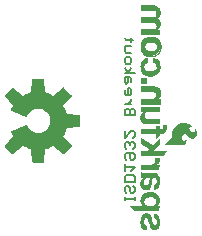
<source format=gbr>
G04 EAGLE Gerber RS-274X export*
G75*
%MOMM*%
%FSLAX34Y34*%
%LPD*%
%INSilkscreen Bottom*%
%IPPOS*%
%AMOC8*
5,1,8,0,0,1.08239X$1,22.5*%
G01*
%ADD10C,0.152400*%
%ADD11C,0.025400*%
%ADD12R,0.485100X0.495300*%

G36*
X80572Y243929D02*
X80572Y243929D01*
X80680Y243943D01*
X80692Y243949D01*
X80706Y243951D01*
X80802Y244003D01*
X80899Y244050D01*
X80909Y244060D01*
X80921Y244066D01*
X80995Y244146D01*
X81072Y244222D01*
X81078Y244234D01*
X81088Y244245D01*
X81133Y244343D01*
X81181Y244440D01*
X81185Y244458D01*
X81189Y244467D01*
X81191Y244488D01*
X81210Y244585D01*
X82307Y255375D01*
X84375Y255974D01*
X84396Y255985D01*
X84453Y256002D01*
X86909Y257019D01*
X86929Y257032D01*
X86983Y257055D01*
X88869Y258093D01*
X97275Y251239D01*
X97369Y251185D01*
X97461Y251128D01*
X97474Y251125D01*
X97486Y251118D01*
X97593Y251097D01*
X97698Y251072D01*
X97712Y251074D01*
X97726Y251071D01*
X97833Y251086D01*
X97941Y251096D01*
X97954Y251102D01*
X97968Y251104D01*
X98065Y251152D01*
X98164Y251197D01*
X98177Y251208D01*
X98186Y251212D01*
X98201Y251228D01*
X98278Y251290D01*
X104310Y257322D01*
X104373Y257410D01*
X104439Y257496D01*
X104444Y257509D01*
X104452Y257521D01*
X104483Y257624D01*
X104519Y257727D01*
X104519Y257741D01*
X104523Y257754D01*
X104519Y257862D01*
X104520Y257971D01*
X104515Y257984D01*
X104515Y257998D01*
X104477Y258100D01*
X104442Y258202D01*
X104433Y258217D01*
X104429Y258226D01*
X104415Y258243D01*
X104361Y258325D01*
X97507Y266731D01*
X98545Y268617D01*
X98553Y268639D01*
X98581Y268691D01*
X99598Y271147D01*
X99604Y271170D01*
X99626Y271225D01*
X100225Y273293D01*
X111015Y274390D01*
X111119Y274418D01*
X111225Y274443D01*
X111237Y274450D01*
X111250Y274453D01*
X111340Y274514D01*
X111433Y274571D01*
X111441Y274582D01*
X111453Y274590D01*
X111519Y274676D01*
X111588Y274760D01*
X111592Y274773D01*
X111601Y274784D01*
X111635Y274887D01*
X111674Y274988D01*
X111675Y275006D01*
X111679Y275015D01*
X111679Y275037D01*
X111688Y275135D01*
X111688Y283665D01*
X111671Y283772D01*
X111657Y283880D01*
X111651Y283892D01*
X111649Y283906D01*
X111597Y284002D01*
X111550Y284099D01*
X111540Y284109D01*
X111534Y284121D01*
X111454Y284195D01*
X111378Y284272D01*
X111366Y284278D01*
X111356Y284288D01*
X111257Y284333D01*
X111160Y284381D01*
X111142Y284385D01*
X111133Y284389D01*
X111112Y284391D01*
X111015Y284410D01*
X100225Y285507D01*
X99626Y287575D01*
X99615Y287596D01*
X99598Y287653D01*
X98581Y290109D01*
X98568Y290129D01*
X98545Y290183D01*
X97507Y292069D01*
X104361Y300475D01*
X104415Y300569D01*
X104472Y300661D01*
X104475Y300674D01*
X104482Y300686D01*
X104503Y300793D01*
X104528Y300898D01*
X104526Y300912D01*
X104529Y300926D01*
X104514Y301033D01*
X104504Y301141D01*
X104498Y301154D01*
X104496Y301168D01*
X104448Y301265D01*
X104403Y301364D01*
X104392Y301377D01*
X104388Y301386D01*
X104372Y301401D01*
X104310Y301478D01*
X98278Y307510D01*
X98190Y307573D01*
X98104Y307639D01*
X98091Y307644D01*
X98079Y307652D01*
X97976Y307683D01*
X97873Y307719D01*
X97859Y307719D01*
X97846Y307723D01*
X97738Y307719D01*
X97629Y307720D01*
X97616Y307715D01*
X97602Y307715D01*
X97500Y307677D01*
X97398Y307642D01*
X97383Y307633D01*
X97374Y307629D01*
X97357Y307615D01*
X97275Y307561D01*
X88869Y300707D01*
X86983Y301745D01*
X86961Y301753D01*
X86909Y301781D01*
X84453Y302798D01*
X84430Y302804D01*
X84375Y302826D01*
X82307Y303425D01*
X81210Y314215D01*
X81182Y314319D01*
X81157Y314425D01*
X81150Y314437D01*
X81147Y314450D01*
X81086Y314540D01*
X81029Y314633D01*
X81018Y314641D01*
X81010Y314653D01*
X80924Y314719D01*
X80840Y314788D01*
X80827Y314792D01*
X80816Y314801D01*
X80713Y314835D01*
X80612Y314874D01*
X80594Y314875D01*
X80585Y314879D01*
X80563Y314879D01*
X80465Y314888D01*
X71935Y314888D01*
X71828Y314871D01*
X71720Y314857D01*
X71708Y314851D01*
X71694Y314849D01*
X71598Y314797D01*
X71501Y314750D01*
X71491Y314740D01*
X71479Y314734D01*
X71405Y314654D01*
X71328Y314578D01*
X71322Y314566D01*
X71312Y314556D01*
X71267Y314457D01*
X71219Y314360D01*
X71215Y314342D01*
X71211Y314333D01*
X71209Y314312D01*
X71190Y314215D01*
X70093Y303425D01*
X68025Y302826D01*
X68004Y302815D01*
X67947Y302798D01*
X65491Y301781D01*
X65471Y301768D01*
X65417Y301745D01*
X63531Y300707D01*
X55125Y307561D01*
X55031Y307615D01*
X54939Y307672D01*
X54926Y307675D01*
X54914Y307682D01*
X54807Y307703D01*
X54702Y307728D01*
X54688Y307726D01*
X54674Y307729D01*
X54567Y307714D01*
X54459Y307704D01*
X54446Y307698D01*
X54433Y307696D01*
X54335Y307648D01*
X54236Y307603D01*
X54223Y307592D01*
X54214Y307588D01*
X54199Y307572D01*
X54122Y307510D01*
X48090Y301478D01*
X48027Y301390D01*
X47961Y301304D01*
X47956Y301291D01*
X47948Y301279D01*
X47917Y301176D01*
X47881Y301073D01*
X47881Y301059D01*
X47877Y301046D01*
X47881Y300938D01*
X47880Y300829D01*
X47885Y300816D01*
X47885Y300802D01*
X47923Y300700D01*
X47958Y300598D01*
X47967Y300583D01*
X47971Y300574D01*
X47985Y300557D01*
X48039Y300475D01*
X54888Y292075D01*
X54156Y290788D01*
X54149Y290769D01*
X54128Y290733D01*
X53289Y288924D01*
X53279Y288886D01*
X53260Y288850D01*
X53246Y288769D01*
X53224Y288689D01*
X53226Y288649D01*
X53220Y288610D01*
X53233Y288528D01*
X53238Y288445D01*
X53253Y288408D01*
X53259Y288369D01*
X53298Y288296D01*
X53329Y288219D01*
X53355Y288189D01*
X53374Y288153D01*
X53434Y288097D01*
X53488Y288034D01*
X53523Y288014D01*
X53552Y287987D01*
X53682Y287917D01*
X65808Y282894D01*
X65917Y282869D01*
X66024Y282840D01*
X66035Y282841D01*
X66046Y282838D01*
X66156Y282849D01*
X66268Y282857D01*
X66278Y282861D01*
X66289Y282862D01*
X66390Y282908D01*
X66493Y282951D01*
X66501Y282958D01*
X66511Y282963D01*
X66592Y283039D01*
X66676Y283113D01*
X66683Y283124D01*
X66689Y283130D01*
X66698Y283147D01*
X66757Y283236D01*
X67684Y284986D01*
X68876Y286478D01*
X70327Y287721D01*
X71984Y288671D01*
X73789Y289296D01*
X75679Y289572D01*
X77587Y289490D01*
X79447Y289054D01*
X81192Y288278D01*
X82762Y287190D01*
X84101Y285827D01*
X85162Y284239D01*
X85908Y282481D01*
X86313Y280614D01*
X86361Y278705D01*
X86053Y276820D01*
X85398Y275025D01*
X84419Y273385D01*
X83152Y271956D01*
X81640Y270789D01*
X79937Y269925D01*
X78102Y269394D01*
X76196Y269214D01*
X74494Y269358D01*
X72836Y269785D01*
X71273Y270485D01*
X69849Y271436D01*
X68605Y272612D01*
X67576Y273980D01*
X66761Y275558D01*
X66692Y275650D01*
X66625Y275743D01*
X66619Y275748D01*
X66615Y275754D01*
X66520Y275819D01*
X66427Y275886D01*
X66420Y275888D01*
X66414Y275892D01*
X66303Y275923D01*
X66194Y275957D01*
X66186Y275957D01*
X66179Y275959D01*
X66065Y275953D01*
X65950Y275949D01*
X65941Y275946D01*
X65936Y275946D01*
X65921Y275940D01*
X65808Y275906D01*
X53682Y270883D01*
X53648Y270862D01*
X53611Y270849D01*
X53545Y270798D01*
X53475Y270754D01*
X53450Y270723D01*
X53418Y270699D01*
X53373Y270630D01*
X53320Y270566D01*
X53306Y270528D01*
X53284Y270495D01*
X53263Y270415D01*
X53234Y270337D01*
X53233Y270297D01*
X53223Y270259D01*
X53229Y270176D01*
X53226Y270094D01*
X53238Y270055D01*
X53241Y270015D01*
X53289Y269876D01*
X54128Y268067D01*
X54139Y268051D01*
X54156Y268012D01*
X54888Y266725D01*
X48039Y258325D01*
X47985Y258231D01*
X47928Y258139D01*
X47925Y258126D01*
X47918Y258114D01*
X47897Y258007D01*
X47872Y257902D01*
X47874Y257888D01*
X47871Y257874D01*
X47886Y257767D01*
X47896Y257659D01*
X47902Y257646D01*
X47904Y257633D01*
X47952Y257535D01*
X47997Y257436D01*
X48008Y257423D01*
X48012Y257414D01*
X48028Y257399D01*
X48090Y257322D01*
X54122Y251290D01*
X54210Y251227D01*
X54296Y251161D01*
X54309Y251156D01*
X54321Y251148D01*
X54424Y251117D01*
X54527Y251081D01*
X54541Y251081D01*
X54554Y251077D01*
X54662Y251081D01*
X54771Y251080D01*
X54784Y251085D01*
X54798Y251085D01*
X54900Y251123D01*
X55002Y251158D01*
X55017Y251167D01*
X55026Y251171D01*
X55043Y251185D01*
X55125Y251239D01*
X63531Y258093D01*
X65417Y257055D01*
X65439Y257047D01*
X65491Y257019D01*
X67947Y256002D01*
X67970Y255996D01*
X68025Y255974D01*
X70093Y255375D01*
X71190Y244585D01*
X71218Y244481D01*
X71243Y244375D01*
X71250Y244363D01*
X71253Y244350D01*
X71314Y244260D01*
X71371Y244167D01*
X71382Y244159D01*
X71390Y244147D01*
X71476Y244081D01*
X71560Y244013D01*
X71573Y244008D01*
X71584Y243999D01*
X71687Y243965D01*
X71788Y243926D01*
X71806Y243925D01*
X71815Y243921D01*
X71837Y243922D01*
X71935Y243912D01*
X80465Y243912D01*
X80572Y243929D01*
G37*
G36*
X197693Y258677D02*
X197693Y258677D01*
X197699Y258675D01*
X198530Y258745D01*
X198541Y258751D01*
X198556Y258750D01*
X199355Y258990D01*
X199365Y258998D01*
X199379Y259000D01*
X200111Y259401D01*
X200119Y259411D01*
X200132Y259416D01*
X200682Y259886D01*
X200687Y259897D01*
X200699Y259904D01*
X201144Y260474D01*
X201147Y260486D01*
X201157Y260496D01*
X201478Y261144D01*
X201479Y261156D01*
X201487Y261168D01*
X201671Y261867D01*
X201670Y261878D01*
X201675Y261889D01*
X201748Y262829D01*
X201746Y262837D01*
X201749Y262845D01*
X201748Y262847D01*
X201748Y262849D01*
X201675Y263789D01*
X201673Y263793D01*
X201674Y263799D01*
X201598Y264282D01*
X201573Y264321D01*
X201552Y264361D01*
X201548Y264362D01*
X201546Y264365D01*
X201501Y264375D01*
X201457Y264387D01*
X201453Y264385D01*
X201449Y264386D01*
X201411Y264361D01*
X201372Y264338D01*
X201371Y264333D01*
X201368Y264331D01*
X201359Y264290D01*
X201347Y264250D01*
X201363Y264092D01*
X201335Y263954D01*
X201264Y263821D01*
X200665Y262997D01*
X200599Y262929D01*
X200551Y262879D01*
X200413Y262807D01*
X199998Y262714D01*
X199570Y262714D01*
X199154Y262807D01*
X198750Y263013D01*
X198422Y263326D01*
X198057Y263932D01*
X197850Y264610D01*
X197815Y265321D01*
X197912Y265931D01*
X198110Y266517D01*
X198403Y267060D01*
X198768Y267485D01*
X199228Y267800D01*
X199753Y267986D01*
X200309Y268029D01*
X200857Y267927D01*
X201360Y267687D01*
X201795Y267317D01*
X203336Y265864D01*
X203346Y265861D01*
X203352Y265852D01*
X205110Y264665D01*
X205123Y264663D01*
X205133Y264653D01*
X205821Y264373D01*
X205836Y264374D01*
X205851Y264365D01*
X206586Y264266D01*
X206601Y264270D01*
X206618Y264265D01*
X207355Y264352D01*
X207368Y264360D01*
X207386Y264360D01*
X208078Y264627D01*
X208089Y264638D01*
X208106Y264642D01*
X208709Y265073D01*
X208716Y265084D01*
X208728Y265089D01*
X208906Y265278D01*
X208907Y265278D01*
X209145Y265531D01*
X209146Y265531D01*
X209384Y265783D01*
X209386Y265785D01*
X209389Y265793D01*
X209397Y265798D01*
X209957Y266575D01*
X209960Y266585D01*
X209968Y266593D01*
X210356Y267373D01*
X210357Y267385D01*
X210365Y267396D01*
X210596Y268236D01*
X210595Y268248D01*
X210601Y268260D01*
X210667Y269128D01*
X210663Y269139D01*
X210667Y269150D01*
X210581Y270050D01*
X210577Y270059D01*
X210578Y270069D01*
X210358Y270947D01*
X210352Y270955D01*
X210351Y270967D01*
X210250Y271195D01*
X210098Y271551D01*
X210098Y271552D01*
X209877Y272056D01*
X209866Y272066D01*
X209861Y272083D01*
X209523Y272518D01*
X209516Y272521D01*
X209512Y272529D01*
X209487Y272554D01*
X209487Y272555D01*
X209486Y272557D01*
X209394Y272592D01*
X209305Y272551D01*
X209272Y272466D01*
X209272Y271863D01*
X209215Y271352D01*
X209076Y270862D01*
X208821Y270381D01*
X208817Y270378D01*
X208699Y270251D01*
X208451Y269986D01*
X207991Y269700D01*
X207472Y269543D01*
X207169Y269531D01*
X206869Y269590D01*
X206375Y269796D01*
X205917Y270079D01*
X205507Y270430D01*
X205153Y270842D01*
X204502Y271744D01*
X204253Y272232D01*
X204155Y272762D01*
X204213Y273300D01*
X204278Y273474D01*
X204527Y273835D01*
X204866Y274109D01*
X204969Y274153D01*
X205089Y274169D01*
X205969Y274169D01*
X206010Y274186D01*
X206052Y274200D01*
X206055Y274205D01*
X206060Y274207D01*
X206076Y274248D01*
X206095Y274288D01*
X206093Y274294D01*
X206095Y274299D01*
X206083Y274326D01*
X206067Y274375D01*
X205146Y275501D01*
X205134Y275507D01*
X205127Y275519D01*
X203990Y276426D01*
X203979Y276429D01*
X203971Y276438D01*
X203037Y276940D01*
X203027Y276941D01*
X203019Y276947D01*
X202022Y277305D01*
X202012Y277305D01*
X202003Y277310D01*
X200964Y277517D01*
X200953Y277515D01*
X200943Y277519D01*
X199015Y277580D01*
X199004Y277575D01*
X198992Y277578D01*
X197085Y277290D01*
X197075Y277284D01*
X197063Y277284D01*
X195239Y276656D01*
X195230Y276649D01*
X195218Y276647D01*
X193537Y275700D01*
X193531Y275692D01*
X193520Y275689D01*
X192413Y274804D01*
X192410Y274799D01*
X192405Y274796D01*
X192404Y274794D01*
X192400Y274792D01*
X192047Y274418D01*
X191571Y273913D01*
X191428Y273761D01*
X191425Y273753D01*
X191417Y273747D01*
X190600Y272590D01*
X190598Y272580D01*
X190590Y272572D01*
X189990Y271342D01*
X189989Y271331D01*
X189981Y271321D01*
X189613Y270002D01*
X189615Y269991D01*
X189609Y269980D01*
X189485Y268616D01*
X189487Y268611D01*
X189485Y268605D01*
X189485Y266330D01*
X189420Y265962D01*
X189293Y265611D01*
X188704Y264621D01*
X187922Y263767D01*
X182440Y258895D01*
X182438Y258891D01*
X182433Y258889D01*
X182417Y258847D01*
X182398Y258806D01*
X182400Y258802D01*
X182398Y258797D01*
X182417Y258756D01*
X182432Y258714D01*
X182437Y258712D01*
X182439Y258708D01*
X182512Y258679D01*
X182523Y258675D01*
X182524Y258675D01*
X197688Y258675D01*
X197693Y258677D01*
G37*
G36*
X178193Y203140D02*
X178193Y203140D01*
X178232Y203150D01*
X178238Y203159D01*
X178247Y203163D01*
X178258Y203191D01*
X178280Y203228D01*
X179016Y207114D01*
X179013Y207128D01*
X179018Y207143D01*
X179003Y207175D01*
X178995Y207210D01*
X178982Y207218D01*
X178976Y207232D01*
X178937Y207246D01*
X178912Y207262D01*
X178901Y207259D01*
X178890Y207263D01*
X176973Y207239D01*
X177122Y207373D01*
X177123Y207374D01*
X177124Y207374D01*
X178089Y208263D01*
X178091Y208269D01*
X178098Y208273D01*
X178399Y208616D01*
X178403Y208627D01*
X178413Y208635D01*
X178646Y209029D01*
X178647Y209038D01*
X178654Y209046D01*
X179187Y210367D01*
X179187Y210378D01*
X179194Y210388D01*
X179296Y210870D01*
X179293Y210882D01*
X179298Y210894D01*
X179323Y212875D01*
X179319Y212886D01*
X179321Y212898D01*
X179138Y213983D01*
X179131Y213993D01*
X179131Y214008D01*
X178731Y215032D01*
X178723Y215039D01*
X178721Y215051D01*
X178180Y215953D01*
X178174Y215958D01*
X178171Y215967D01*
X177518Y216791D01*
X177508Y216797D01*
X177503Y216807D01*
X176613Y217599D01*
X176600Y217603D01*
X176591Y217615D01*
X175550Y218194D01*
X175538Y218196D01*
X175527Y218204D01*
X173414Y218878D01*
X173403Y218877D01*
X173392Y218883D01*
X171192Y219166D01*
X171181Y219163D01*
X171169Y219167D01*
X168954Y219049D01*
X168944Y219044D01*
X168932Y219046D01*
X167556Y218723D01*
X167547Y218717D01*
X167535Y218716D01*
X166235Y218160D01*
X166227Y218152D01*
X166216Y218150D01*
X165031Y217378D01*
X165025Y217369D01*
X165014Y217364D01*
X164307Y216707D01*
X164303Y216697D01*
X164293Y216691D01*
X163708Y215923D01*
X163706Y215912D01*
X163697Y215905D01*
X163251Y215049D01*
X163250Y215038D01*
X163242Y215029D01*
X162948Y214110D01*
X162949Y214100D01*
X162943Y214090D01*
X162754Y212878D01*
X162756Y212869D01*
X162753Y212860D01*
X162736Y211633D01*
X162739Y211625D01*
X162737Y211615D01*
X162892Y210398D01*
X162897Y210388D01*
X162897Y210376D01*
X163161Y209532D01*
X163169Y209522D01*
X163172Y209507D01*
X163609Y208738D01*
X163619Y208730D01*
X163624Y208716D01*
X164214Y208056D01*
X164226Y208050D01*
X164234Y208038D01*
X164950Y207518D01*
X164952Y207517D01*
X153848Y207517D01*
X153804Y207499D01*
X153761Y207482D01*
X153760Y207480D01*
X153757Y207479D01*
X153740Y207435D01*
X153722Y207391D01*
X153723Y207389D01*
X153722Y207387D01*
X153731Y207366D01*
X153754Y207306D01*
X157488Y203166D01*
X157494Y203164D01*
X157497Y203158D01*
X157557Y203134D01*
X157578Y203125D01*
X157580Y203126D01*
X157582Y203125D01*
X178156Y203125D01*
X178193Y203140D01*
G37*
G36*
X179275Y352275D02*
X179275Y352275D01*
X179277Y352274D01*
X179320Y352294D01*
X179364Y352312D01*
X179364Y352314D01*
X179366Y352315D01*
X179399Y352400D01*
X179399Y356387D01*
X179398Y356389D01*
X179399Y356391D01*
X179379Y356434D01*
X179361Y356478D01*
X179359Y356478D01*
X179358Y356480D01*
X179273Y356513D01*
X177220Y356513D01*
X177227Y356544D01*
X177623Y356846D01*
X177626Y356852D01*
X177634Y356855D01*
X178421Y357617D01*
X178424Y357625D01*
X178431Y357629D01*
X179043Y358391D01*
X179047Y358405D01*
X179060Y358417D01*
X179464Y359307D01*
X179464Y359319D01*
X179472Y359330D01*
X179726Y360422D01*
X179725Y360431D01*
X179729Y360439D01*
X179856Y361811D01*
X179853Y361821D01*
X179856Y361832D01*
X179787Y362789D01*
X179781Y362800D01*
X179782Y362814D01*
X179522Y363737D01*
X179514Y363747D01*
X179512Y363760D01*
X179109Y364550D01*
X179100Y364558D01*
X179096Y364571D01*
X178550Y365269D01*
X178539Y365275D01*
X178533Y365287D01*
X177864Y365869D01*
X177852Y365872D01*
X177850Y365875D01*
X177850Y365876D01*
X177849Y365876D01*
X177844Y365883D01*
X177186Y366263D01*
X177228Y366305D01*
X177709Y366760D01*
X177710Y366763D01*
X177713Y366764D01*
X178472Y367552D01*
X178475Y367561D01*
X178484Y367566D01*
X179122Y368455D01*
X179124Y368466D01*
X179132Y368474D01*
X179526Y369279D01*
X179526Y369291D01*
X179534Y369302D01*
X179766Y370167D01*
X179764Y370179D01*
X179770Y370191D01*
X179831Y371085D01*
X179830Y371088D01*
X179831Y371089D01*
X179828Y371095D01*
X179831Y371105D01*
X179724Y372384D01*
X179720Y372391D01*
X179722Y372398D01*
X179473Y373658D01*
X179467Y373667D01*
X179467Y373679D01*
X179141Y374545D01*
X179131Y374555D01*
X179128Y374570D01*
X178621Y375344D01*
X178609Y375351D01*
X178603Y375365D01*
X177939Y376011D01*
X177927Y376015D01*
X177918Y376027D01*
X176979Y376615D01*
X176966Y376617D01*
X176956Y376627D01*
X175917Y377013D01*
X175904Y377012D01*
X175892Y377019D01*
X174796Y377188D01*
X174787Y377185D01*
X174777Y377189D01*
X163195Y377189D01*
X163193Y377188D01*
X163191Y377189D01*
X163148Y377169D01*
X163104Y377151D01*
X163104Y377149D01*
X163102Y377148D01*
X163069Y377063D01*
X163069Y372821D01*
X163070Y372819D01*
X163069Y372817D01*
X163089Y372774D01*
X163107Y372730D01*
X163109Y372730D01*
X163110Y372728D01*
X163195Y372695D01*
X173474Y372695D01*
X174354Y372588D01*
X175176Y372276D01*
X175560Y372015D01*
X175873Y371672D01*
X176099Y371266D01*
X176227Y370818D01*
X176295Y369914D01*
X176203Y369011D01*
X176077Y368602D01*
X175867Y368229D01*
X175581Y367911D01*
X175053Y367526D01*
X174458Y367253D01*
X173819Y367104D01*
X172716Y367029D01*
X163195Y367029D01*
X163193Y367028D01*
X163191Y367029D01*
X163148Y367009D01*
X163104Y366991D01*
X163104Y366989D01*
X163102Y366988D01*
X163069Y366903D01*
X163069Y362585D01*
X163070Y362583D01*
X163069Y362581D01*
X163089Y362538D01*
X163107Y362494D01*
X163109Y362494D01*
X163110Y362492D01*
X163195Y362459D01*
X173754Y362459D01*
X174417Y362379D01*
X175036Y362148D01*
X175583Y361778D01*
X175901Y361431D01*
X176134Y361023D01*
X176270Y360572D01*
X176302Y360095D01*
X176252Y359247D01*
X176170Y358807D01*
X175992Y358403D01*
X175726Y358049D01*
X174782Y357229D01*
X174244Y356946D01*
X173653Y356814D01*
X173031Y356844D01*
X173028Y356843D01*
X173025Y356844D01*
X163220Y356844D01*
X163218Y356843D01*
X163216Y356844D01*
X163173Y356824D01*
X163129Y356806D01*
X163129Y356804D01*
X163127Y356803D01*
X163094Y356718D01*
X163094Y352400D01*
X163095Y352398D01*
X163094Y352396D01*
X163114Y352353D01*
X163132Y352309D01*
X163134Y352309D01*
X163135Y352307D01*
X163220Y352274D01*
X179273Y352274D01*
X179275Y352275D01*
G37*
G36*
X168123Y220498D02*
X168123Y220498D01*
X168135Y220503D01*
X168150Y220501D01*
X169091Y220707D01*
X169103Y220716D01*
X169120Y220717D01*
X169982Y221146D01*
X169991Y221156D01*
X170006Y221161D01*
X170615Y221659D01*
X170619Y221667D01*
X170627Y221670D01*
X170628Y221674D01*
X170633Y221677D01*
X171131Y222287D01*
X171134Y222299D01*
X171145Y222308D01*
X171511Y223004D01*
X171512Y223015D01*
X171519Y223024D01*
X172003Y224509D01*
X172002Y224517D01*
X172007Y224526D01*
X172285Y226063D01*
X172284Y226067D01*
X172287Y226072D01*
X172515Y228278D01*
X172741Y229584D01*
X172906Y230053D01*
X173152Y230481D01*
X173413Y230765D01*
X173500Y230825D01*
X173597Y230867D01*
X174118Y230978D01*
X174649Y230978D01*
X175170Y230867D01*
X175484Y230728D01*
X175763Y230529D01*
X175997Y230276D01*
X176190Y229962D01*
X176318Y229616D01*
X176379Y229247D01*
X176429Y227892D01*
X176375Y227305D01*
X176210Y226744D01*
X175955Y226280D01*
X175599Y225890D01*
X175161Y225595D01*
X174666Y225411D01*
X174135Y225348D01*
X174092Y225348D01*
X174090Y225347D01*
X174088Y225348D01*
X174045Y225328D01*
X174001Y225310D01*
X174001Y225308D01*
X173999Y225307D01*
X173966Y225222D01*
X173966Y221081D01*
X173964Y221080D01*
X173954Y221038D01*
X173940Y220996D01*
X173943Y220990D01*
X173942Y220984D01*
X173958Y220959D01*
X173979Y220914D01*
X174004Y220889D01*
X174005Y220889D01*
X174047Y220873D01*
X174096Y220854D01*
X174097Y220854D01*
X174139Y220874D01*
X174182Y220893D01*
X175073Y221015D01*
X175084Y221021D01*
X175099Y221021D01*
X176040Y221355D01*
X176050Y221364D01*
X176064Y221367D01*
X176917Y221886D01*
X176925Y221897D01*
X176938Y221902D01*
X177668Y222585D01*
X177673Y222597D01*
X177685Y222605D01*
X178259Y223422D01*
X178262Y223434D01*
X178271Y223443D01*
X178800Y224601D01*
X178800Y224611D01*
X178807Y224620D01*
X179141Y225849D01*
X179140Y225858D01*
X179144Y225867D01*
X179358Y227607D01*
X179355Y227615D01*
X179358Y227623D01*
X179350Y229377D01*
X179347Y229384D01*
X179349Y229393D01*
X179119Y231132D01*
X179114Y231140D01*
X179115Y231151D01*
X178690Y232565D01*
X178682Y232574D01*
X178681Y232588D01*
X177987Y233891D01*
X177977Y233900D01*
X177972Y233914D01*
X177489Y234476D01*
X177475Y234483D01*
X177466Y234497D01*
X176861Y234924D01*
X176846Y234927D01*
X176834Y234939D01*
X176143Y235206D01*
X176128Y235205D01*
X176113Y235213D01*
X175378Y235304D01*
X175370Y235302D01*
X175362Y235305D01*
X170536Y235305D01*
X170534Y235304D01*
X170532Y235305D01*
X170517Y235298D01*
X170433Y235330D01*
X166095Y235305D01*
X164758Y235407D01*
X163463Y235756D01*
X163264Y235830D01*
X163239Y235829D01*
X163216Y235838D01*
X163192Y235827D01*
X163166Y235826D01*
X163149Y235807D01*
X163127Y235797D01*
X163116Y235770D01*
X163100Y235752D01*
X163102Y235733D01*
X163094Y235712D01*
X163094Y231678D01*
X163091Y231642D01*
X163100Y231614D01*
X163104Y231574D01*
X163123Y231537D01*
X163140Y231523D01*
X163145Y231512D01*
X163152Y231509D01*
X163169Y231486D01*
X163205Y231465D01*
X163222Y231462D01*
X163238Y231450D01*
X163518Y231374D01*
X163521Y231375D01*
X163524Y231373D01*
X164553Y231146D01*
X164576Y231137D01*
X164582Y231130D01*
X164584Y231122D01*
X164583Y231113D01*
X164567Y231089D01*
X163864Y230262D01*
X163860Y230251D01*
X163850Y230242D01*
X163310Y229291D01*
X163309Y229280D01*
X163301Y229270D01*
X162948Y228235D01*
X162949Y228223D01*
X162943Y228213D01*
X162702Y226595D01*
X162705Y226585D01*
X162701Y226574D01*
X162739Y224939D01*
X162744Y224928D01*
X162742Y224914D01*
X163050Y223542D01*
X163058Y223531D01*
X163059Y223516D01*
X163665Y222247D01*
X163675Y222238D01*
X163679Y222224D01*
X164021Y221776D01*
X164031Y221770D01*
X164037Y221758D01*
X164457Y221381D01*
X164468Y221377D01*
X164476Y221367D01*
X164959Y221075D01*
X164970Y221073D01*
X164980Y221065D01*
X165973Y220692D01*
X165984Y220692D01*
X165995Y220686D01*
X167039Y220497D01*
X167050Y220500D01*
X167062Y220495D01*
X168123Y220498D01*
G37*
G36*
X182493Y249640D02*
X182493Y249640D01*
X182513Y249638D01*
X182540Y249660D01*
X182565Y249670D01*
X182570Y249685D01*
X182584Y249695D01*
X184946Y253835D01*
X184950Y253870D01*
X184962Y253902D01*
X184955Y253917D01*
X184957Y253933D01*
X184935Y253960D01*
X184921Y253991D01*
X184905Y253998D01*
X184895Y254010D01*
X184868Y254012D01*
X184836Y254024D01*
X173406Y254024D01*
X178880Y259499D01*
X178882Y259502D01*
X178884Y259503D01*
X178917Y259588D01*
X178917Y264262D01*
X178917Y264264D01*
X178917Y264265D01*
X178897Y264309D01*
X178879Y264353D01*
X178877Y264353D01*
X178876Y264355D01*
X178832Y264371D01*
X178787Y264388D01*
X178785Y264387D01*
X178784Y264388D01*
X178701Y264350D01*
X173135Y258659D01*
X163240Y265256D01*
X163202Y265263D01*
X163165Y265277D01*
X163155Y265272D01*
X163143Y265274D01*
X163112Y265252D01*
X163076Y265235D01*
X163072Y265224D01*
X163063Y265218D01*
X163058Y265188D01*
X163044Y265150D01*
X163069Y260070D01*
X163076Y260053D01*
X163074Y260035D01*
X163096Y260006D01*
X163108Y259980D01*
X163120Y259975D01*
X163130Y259963D01*
X170108Y255730D01*
X170034Y255653D01*
X169912Y255527D01*
X169911Y255527D01*
X169543Y255148D01*
X169421Y255022D01*
X169298Y254896D01*
X168930Y254517D01*
X168807Y254391D01*
X168685Y254265D01*
X168501Y254075D01*
X163093Y254075D01*
X163091Y254074D01*
X163089Y254075D01*
X163046Y254055D01*
X163002Y254037D01*
X163002Y254035D01*
X163000Y254034D01*
X162967Y253949D01*
X162967Y249809D01*
X162968Y249806D01*
X162967Y249803D01*
X163004Y249720D01*
X163055Y249669D01*
X163058Y249668D01*
X163059Y249665D01*
X163144Y249632D01*
X182474Y249632D01*
X182493Y249640D01*
G37*
G36*
X178869Y276532D02*
X178869Y276532D01*
X178871Y276531D01*
X178914Y276551D01*
X178958Y276569D01*
X178958Y276571D01*
X178960Y276572D01*
X178993Y276657D01*
X178993Y280797D01*
X178992Y280799D01*
X178993Y280801D01*
X178973Y280844D01*
X178955Y280888D01*
X178953Y280888D01*
X178952Y280890D01*
X178867Y280923D01*
X168870Y280923D01*
X168040Y281072D01*
X167272Y281415D01*
X166910Y281687D01*
X166609Y282028D01*
X166384Y282423D01*
X166161Y283112D01*
X166081Y283831D01*
X166148Y284552D01*
X166360Y285243D01*
X166648Y285753D01*
X167045Y286184D01*
X167530Y286511D01*
X168080Y286720D01*
X169284Y286945D01*
X170514Y287021D01*
X178816Y287021D01*
X178818Y287022D01*
X178820Y287021D01*
X178863Y287041D01*
X178907Y287059D01*
X178907Y287061D01*
X178909Y287062D01*
X178942Y287147D01*
X178942Y291363D01*
X178941Y291365D01*
X178942Y291367D01*
X178922Y291410D01*
X178904Y291454D01*
X178902Y291454D01*
X178901Y291456D01*
X178816Y291489D01*
X163195Y291489D01*
X163193Y291488D01*
X163191Y291489D01*
X163148Y291469D01*
X163104Y291451D01*
X163104Y291449D01*
X163102Y291448D01*
X163069Y291363D01*
X163069Y287350D01*
X163070Y287348D01*
X163069Y287346D01*
X163089Y287303D01*
X163107Y287259D01*
X163109Y287259D01*
X163110Y287257D01*
X163195Y287224D01*
X165252Y287224D01*
X164611Y286717D01*
X164607Y286709D01*
X164598Y286705D01*
X164491Y286592D01*
X164371Y286466D01*
X164132Y286214D01*
X164012Y286087D01*
X163892Y285961D01*
X163813Y285878D01*
X163810Y285869D01*
X163802Y285864D01*
X163143Y284934D01*
X163141Y284925D01*
X163133Y284917D01*
X163011Y284672D01*
X163010Y284661D01*
X163003Y284652D01*
X162922Y284390D01*
X162923Y284381D01*
X162918Y284372D01*
X162695Y282894D01*
X162697Y282886D01*
X162693Y282878D01*
X162663Y281384D01*
X162667Y281374D01*
X162664Y281363D01*
X162811Y280330D01*
X162817Y280320D01*
X162817Y280306D01*
X163160Y279320D01*
X163168Y279311D01*
X163170Y279298D01*
X163696Y278396D01*
X163706Y278389D01*
X163711Y278376D01*
X163939Y278122D01*
X163950Y278116D01*
X163958Y278105D01*
X164843Y277445D01*
X164854Y277442D01*
X164863Y277432D01*
X165853Y276944D01*
X165865Y276944D01*
X165875Y276936D01*
X166938Y276636D01*
X166949Y276638D01*
X166961Y276632D01*
X168060Y276531D01*
X168066Y276533D01*
X168072Y276531D01*
X178867Y276531D01*
X178869Y276532D01*
G37*
G36*
X178843Y293728D02*
X178843Y293728D01*
X178845Y293727D01*
X178888Y293747D01*
X178932Y293765D01*
X178932Y293767D01*
X178934Y293768D01*
X178967Y293853D01*
X178967Y297891D01*
X178966Y297893D01*
X178967Y297895D01*
X178947Y297938D01*
X178929Y297982D01*
X178927Y297982D01*
X178926Y297984D01*
X178841Y298017D01*
X176773Y298017D01*
X176802Y298059D01*
X176938Y298173D01*
X177316Y298450D01*
X177318Y298454D01*
X177323Y298456D01*
X177796Y298858D01*
X177800Y298865D01*
X177808Y298869D01*
X178224Y299330D01*
X178227Y299341D01*
X178237Y299348D01*
X178804Y300246D01*
X178807Y300259D01*
X178816Y300270D01*
X179185Y301267D01*
X179185Y301279D01*
X179192Y301292D01*
X179347Y302344D01*
X179344Y302354D01*
X179348Y302365D01*
X179327Y303200D01*
X179318Y303578D01*
X179309Y303957D01*
X179298Y304371D01*
X179294Y304382D01*
X179296Y304394D01*
X179090Y305371D01*
X179082Y305383D01*
X179081Y305399D01*
X178659Y306304D01*
X178648Y306313D01*
X178644Y306328D01*
X178026Y307113D01*
X178015Y307119D01*
X178009Y307131D01*
X177434Y307620D01*
X177423Y307623D01*
X177416Y307633D01*
X176767Y308017D01*
X176756Y308019D01*
X176747Y308027D01*
X176042Y308296D01*
X176033Y308296D01*
X176024Y308301D01*
X174917Y308541D01*
X174908Y308539D01*
X174900Y308544D01*
X173771Y308634D01*
X173766Y308632D01*
X173761Y308634D01*
X163220Y308634D01*
X163218Y308633D01*
X163216Y308634D01*
X163173Y308614D01*
X163129Y308596D01*
X163129Y308594D01*
X163127Y308593D01*
X163094Y308508D01*
X163094Y304419D01*
X163095Y304417D01*
X163094Y304415D01*
X163114Y304372D01*
X163132Y304328D01*
X163134Y304328D01*
X163135Y304326D01*
X163220Y304293D01*
X172866Y304293D01*
X173584Y304228D01*
X174272Y304037D01*
X174914Y303727D01*
X175301Y303431D01*
X175610Y303057D01*
X175827Y302622D01*
X175904Y302322D01*
X175921Y302006D01*
X175871Y300901D01*
X175784Y300345D01*
X175580Y299829D01*
X175266Y299372D01*
X174697Y298855D01*
X174018Y298492D01*
X173268Y298276D01*
X172485Y298195D01*
X163119Y298195D01*
X163117Y298194D01*
X163115Y298195D01*
X163072Y298175D01*
X163028Y298157D01*
X163028Y298155D01*
X163026Y298154D01*
X162993Y298069D01*
X162993Y293853D01*
X162994Y293851D01*
X162993Y293849D01*
X163013Y293806D01*
X163031Y293762D01*
X163033Y293762D01*
X163034Y293760D01*
X163119Y293727D01*
X178841Y293727D01*
X178843Y293728D01*
G37*
G36*
X171604Y333967D02*
X171604Y333967D01*
X171630Y333963D01*
X175186Y334776D01*
X175207Y334791D01*
X175236Y334800D01*
X177954Y336934D01*
X177966Y336956D01*
X177989Y336977D01*
X179666Y340355D01*
X179667Y340375D01*
X179678Y340396D01*
X179855Y341869D01*
X179853Y341876D01*
X179856Y341884D01*
X179856Y341935D01*
X179848Y341955D01*
X179847Y341981D01*
X179797Y342108D01*
X179777Y342129D01*
X179765Y342155D01*
X179743Y342164D01*
X179729Y342179D01*
X179705Y342178D01*
X179680Y342188D01*
X176759Y342188D01*
X176719Y342171D01*
X176678Y342159D01*
X176674Y342152D01*
X176668Y342150D01*
X176657Y342122D01*
X176634Y342079D01*
X176484Y340984D01*
X175849Y339836D01*
X174765Y339048D01*
X173876Y338652D01*
X172402Y338378D01*
X170543Y338328D01*
X169295Y338503D01*
X168146Y338877D01*
X167119Y339415D01*
X166111Y341063D01*
X165889Y342811D01*
X166481Y344562D01*
X167462Y345641D01*
X168672Y346184D01*
X170220Y346559D01*
X171645Y346559D01*
X173574Y346308D01*
X175186Y345564D01*
X175995Y344730D01*
X176508Y343777D01*
X176607Y342590D01*
X176607Y342494D01*
X176608Y342491D01*
X176607Y342488D01*
X176627Y342446D01*
X176645Y342403D01*
X176648Y342402D01*
X176650Y342399D01*
X176735Y342368D01*
X176737Y342368D01*
X179707Y342418D01*
X179716Y342422D01*
X179725Y342419D01*
X179760Y342441D01*
X179790Y342454D01*
X179796Y342457D01*
X179797Y342458D01*
X179800Y342467D01*
X179808Y342472D01*
X179821Y342523D01*
X179831Y342549D01*
X179831Y342550D01*
X179829Y342555D01*
X179830Y342560D01*
X179576Y344567D01*
X179570Y344578D01*
X179570Y344592D01*
X179011Y346218D01*
X179000Y346230D01*
X178996Y346249D01*
X177625Y348230D01*
X177612Y348238D01*
X177603Y348254D01*
X176333Y349346D01*
X176317Y349351D01*
X176302Y349365D01*
X173965Y350406D01*
X173948Y350407D01*
X173930Y350416D01*
X171745Y350696D01*
X171730Y350692D01*
X171714Y350696D01*
X169606Y350442D01*
X169598Y350438D01*
X169587Y350439D01*
X167123Y349753D01*
X167109Y349742D01*
X167090Y349738D01*
X165795Y348925D01*
X165786Y348913D01*
X165771Y348905D01*
X164628Y347711D01*
X164624Y347703D01*
X164616Y347697D01*
X163829Y346580D01*
X163825Y346563D01*
X163813Y346548D01*
X163178Y344694D01*
X163179Y344680D01*
X163171Y344666D01*
X162917Y342151D01*
X162922Y342137D01*
X162918Y342121D01*
X163324Y339124D01*
X163336Y339103D01*
X163342Y339074D01*
X165120Y336229D01*
X165141Y336215D01*
X165159Y336190D01*
X167648Y334590D01*
X167671Y334586D01*
X167696Y334571D01*
X171582Y333961D01*
X171604Y333967D01*
G37*
G36*
X168178Y186703D02*
X168178Y186703D01*
X168208Y186706D01*
X168209Y186707D01*
X168210Y186707D01*
X168219Y186718D01*
X168232Y186723D01*
X168235Y186729D01*
X168241Y186732D01*
X168253Y186762D01*
X168269Y186782D01*
X168269Y186784D01*
X168270Y186785D01*
X168269Y186800D01*
X168274Y186812D01*
X168273Y186815D01*
X168274Y186817D01*
X168274Y190678D01*
X168273Y190680D01*
X168274Y190682D01*
X168254Y190725D01*
X168236Y190769D01*
X168234Y190769D01*
X168233Y190771D01*
X168148Y190804D01*
X168101Y190804D01*
X167604Y190833D01*
X167142Y190980D01*
X166728Y191235D01*
X166285Y191677D01*
X165948Y192204D01*
X165731Y192791D01*
X165658Y193353D01*
X165658Y194683D01*
X165732Y195286D01*
X165929Y195853D01*
X166241Y196366D01*
X166325Y196450D01*
X166449Y196577D01*
X166525Y196654D01*
X166870Y196862D01*
X167255Y196979D01*
X167659Y196996D01*
X168054Y196911D01*
X168416Y196731D01*
X168720Y196465D01*
X168951Y196129D01*
X169421Y195022D01*
X169727Y193848D01*
X170590Y190217D01*
X170595Y190210D01*
X170595Y190201D01*
X170901Y189393D01*
X170907Y189386D01*
X170909Y189376D01*
X171336Y188625D01*
X171343Y188619D01*
X171347Y188609D01*
X171884Y187932D01*
X171894Y187927D01*
X171900Y187916D01*
X172285Y187579D01*
X172298Y187575D01*
X172307Y187564D01*
X172754Y187315D01*
X172767Y187314D01*
X172778Y187305D01*
X173267Y187153D01*
X173279Y187155D01*
X173292Y187148D01*
X174428Y187043D01*
X174441Y187046D01*
X174454Y187043D01*
X175588Y187172D01*
X175599Y187178D01*
X175613Y187177D01*
X176697Y187535D01*
X176706Y187543D01*
X176720Y187545D01*
X177242Y187844D01*
X177249Y187854D01*
X177262Y187859D01*
X177717Y188253D01*
X177722Y188264D01*
X177734Y188271D01*
X178103Y188747D01*
X178106Y188758D01*
X178115Y188767D01*
X178769Y190048D01*
X178770Y190059D01*
X178777Y190069D01*
X179188Y191447D01*
X179187Y191458D01*
X179193Y191470D01*
X179348Y192899D01*
X179346Y192906D01*
X179348Y192913D01*
X179348Y194716D01*
X179346Y194722D01*
X179348Y194729D01*
X179208Y196122D01*
X179203Y196131D01*
X179204Y196142D01*
X178836Y197493D01*
X178829Y197503D01*
X178827Y197516D01*
X178289Y198613D01*
X178279Y198622D01*
X178275Y198636D01*
X177518Y199595D01*
X177508Y199601D01*
X177503Y199612D01*
X177107Y199960D01*
X177098Y199963D01*
X177092Y199972D01*
X176650Y200258D01*
X176640Y200260D01*
X176633Y200267D01*
X175845Y200623D01*
X175840Y200623D01*
X175836Y200627D01*
X175278Y200830D01*
X175258Y200829D01*
X175253Y200831D01*
X175230Y200831D01*
X175210Y200835D01*
X175196Y200826D01*
X175184Y200835D01*
X175178Y200833D01*
X175171Y200837D01*
X174460Y200913D01*
X174452Y200910D01*
X174443Y200913D01*
X174406Y200896D01*
X174366Y200884D01*
X174362Y200876D01*
X174354Y200872D01*
X174334Y200822D01*
X174321Y200796D01*
X174323Y200792D01*
X174321Y200787D01*
X174321Y196901D01*
X174339Y196857D01*
X174357Y196813D01*
X174358Y196812D01*
X174359Y196810D01*
X174378Y196803D01*
X174439Y196775D01*
X174699Y196759D01*
X174942Y196704D01*
X175294Y196554D01*
X175607Y196336D01*
X175871Y196061D01*
X176142Y195638D01*
X176331Y195171D01*
X176429Y194675D01*
X176473Y193828D01*
X176429Y192979D01*
X176344Y192530D01*
X176187Y192106D01*
X175992Y191805D01*
X175724Y191572D01*
X175382Y191417D01*
X175010Y191369D01*
X174641Y191434D01*
X174280Y191618D01*
X173987Y191901D01*
X173571Y192576D01*
X173299Y193328D01*
X172895Y195351D01*
X172894Y195352D01*
X172894Y195353D01*
X172513Y197076D01*
X172508Y197083D01*
X172508Y197092D01*
X171898Y198748D01*
X171892Y198754D01*
X171891Y198764D01*
X171486Y199520D01*
X171479Y199526D01*
X171476Y199535D01*
X170968Y200227D01*
X170958Y200232D01*
X170953Y200244D01*
X170603Y200576D01*
X170591Y200581D01*
X170582Y200592D01*
X170170Y200844D01*
X170156Y200846D01*
X170144Y200856D01*
X169141Y201193D01*
X169126Y201192D01*
X169112Y201200D01*
X168057Y201294D01*
X168048Y201291D01*
X168037Y201294D01*
X166996Y201218D01*
X166988Y201214D01*
X166978Y201215D01*
X166314Y201073D01*
X166304Y201066D01*
X166291Y201065D01*
X165666Y200799D01*
X165657Y200791D01*
X165645Y200788D01*
X165081Y200409D01*
X165074Y200399D01*
X165063Y200394D01*
X164320Y199668D01*
X164316Y199658D01*
X164310Y199656D01*
X164310Y199654D01*
X164305Y199652D01*
X163699Y198808D01*
X163697Y198798D01*
X163688Y198789D01*
X163237Y197854D01*
X163236Y197843D01*
X163229Y197833D01*
X162947Y196833D01*
X162948Y196825D01*
X162943Y196816D01*
X162761Y195502D01*
X162763Y195495D01*
X162760Y195489D01*
X162713Y194162D01*
X162715Y194156D01*
X162713Y194149D01*
X162891Y191583D01*
X162896Y191574D01*
X162894Y191564D01*
X163106Y190643D01*
X163114Y190632D01*
X163115Y190618D01*
X163512Y189761D01*
X163519Y189755D01*
X163521Y189746D01*
X164283Y188552D01*
X164289Y188548D01*
X164292Y188539D01*
X164723Y188024D01*
X164734Y188019D01*
X164740Y188007D01*
X165264Y187587D01*
X165275Y187583D01*
X165284Y187573D01*
X165880Y187264D01*
X165889Y187263D01*
X165897Y187256D01*
X167167Y186824D01*
X167177Y186825D01*
X167186Y186820D01*
X167770Y186718D01*
X167777Y186719D01*
X167783Y186716D01*
X168139Y186691D01*
X168146Y186693D01*
X168152Y186691D01*
X168178Y186703D01*
G37*
G36*
X172622Y316942D02*
X172622Y316942D01*
X172631Y316946D01*
X172643Y316944D01*
X174133Y317242D01*
X174143Y317249D01*
X174156Y317249D01*
X175562Y317826D01*
X175570Y317834D01*
X175583Y317837D01*
X176854Y318671D01*
X176860Y318681D01*
X176872Y318686D01*
X177960Y319747D01*
X177965Y319758D01*
X177976Y319766D01*
X178841Y321015D01*
X178844Y321027D01*
X178853Y321036D01*
X179465Y322427D01*
X179465Y322439D01*
X179472Y322451D01*
X179805Y323957D01*
X179802Y323969D01*
X179808Y323982D01*
X179831Y325524D01*
X179828Y325533D01*
X179830Y325543D01*
X179641Y326977D01*
X179638Y326982D01*
X179639Y326988D01*
X179320Y328399D01*
X179315Y328407D01*
X179314Y328417D01*
X178857Y329574D01*
X178847Y329584D01*
X178844Y329598D01*
X178147Y330629D01*
X178136Y330636D01*
X178129Y330650D01*
X177226Y331505D01*
X177214Y331510D01*
X177205Y331522D01*
X176138Y332162D01*
X176126Y332164D01*
X176117Y332173D01*
X174962Y332597D01*
X174952Y332597D01*
X174943Y332602D01*
X173735Y332839D01*
X173721Y332836D01*
X173707Y332841D01*
X173674Y332826D01*
X173639Y332819D01*
X173631Y332806D01*
X173618Y332800D01*
X173602Y332761D01*
X173586Y332735D01*
X173589Y332725D01*
X173585Y332715D01*
X173585Y328524D01*
X173586Y328522D01*
X173585Y328520D01*
X173605Y328477D01*
X173623Y328433D01*
X173625Y328433D01*
X173626Y328431D01*
X173711Y328398D01*
X173729Y328398D01*
X174308Y328331D01*
X174850Y328138D01*
X175335Y327827D01*
X175736Y327414D01*
X176034Y326921D01*
X176295Y326129D01*
X176378Y325297D01*
X176312Y324457D01*
X176131Y323636D01*
X175945Y323222D01*
X175655Y322875D01*
X174744Y322188D01*
X173719Y321683D01*
X172616Y321378D01*
X171475Y321285D01*
X169915Y321414D01*
X168391Y321760D01*
X167674Y322075D01*
X167055Y322550D01*
X166566Y323158D01*
X166236Y323866D01*
X166055Y324645D01*
X166014Y325446D01*
X166087Y326036D01*
X166260Y326605D01*
X166528Y327135D01*
X166873Y327578D01*
X167305Y327936D01*
X167895Y328257D01*
X168532Y328472D01*
X169208Y328576D01*
X169244Y328598D01*
X169282Y328616D01*
X169285Y328624D01*
X169292Y328628D01*
X169298Y328658D01*
X169315Y328701D01*
X169315Y332765D01*
X169314Y332767D01*
X169315Y332769D01*
X169295Y332812D01*
X169277Y332856D01*
X169275Y332856D01*
X169274Y332858D01*
X169189Y332891D01*
X169139Y332891D01*
X169135Y332890D01*
X169131Y332891D01*
X168656Y332859D01*
X168649Y332855D01*
X168639Y332857D01*
X168174Y332762D01*
X168165Y332756D01*
X168153Y332756D01*
X166762Y332214D01*
X166753Y332205D01*
X166739Y332202D01*
X165488Y331387D01*
X165481Y331376D01*
X165468Y331371D01*
X164410Y330318D01*
X164405Y330306D01*
X164393Y330298D01*
X163573Y329050D01*
X163570Y329039D01*
X163562Y329030D01*
X163100Y327937D01*
X163100Y327927D01*
X163094Y327918D01*
X162812Y326765D01*
X162813Y326755D01*
X162809Y326745D01*
X162713Y325562D01*
X162716Y325554D01*
X162713Y325544D01*
X162812Y323958D01*
X162815Y323951D01*
X162814Y323944D01*
X163096Y322380D01*
X163101Y322372D01*
X163100Y322362D01*
X163455Y321292D01*
X163461Y321284D01*
X163463Y321273D01*
X163989Y320276D01*
X163997Y320269D01*
X164001Y320258D01*
X164685Y319362D01*
X164694Y319357D01*
X164699Y319347D01*
X165522Y318576D01*
X165531Y318572D01*
X165538Y318563D01*
X166554Y317881D01*
X166564Y317879D01*
X166572Y317871D01*
X167683Y317357D01*
X167692Y317357D01*
X167701Y317350D01*
X168879Y317016D01*
X168889Y317017D01*
X168898Y317012D01*
X170114Y316867D01*
X170123Y316869D01*
X170133Y316866D01*
X172622Y316942D01*
G37*
G36*
X176154Y263907D02*
X176154Y263907D01*
X176155Y263907D01*
X176238Y263944D01*
X178905Y266611D01*
X178907Y266614D01*
X178909Y266615D01*
X178942Y266700D01*
X178942Y267946D01*
X179273Y267946D01*
X179275Y267947D01*
X179282Y267947D01*
X179283Y267946D01*
X181417Y268123D01*
X181427Y268128D01*
X181439Y268127D01*
X182006Y268275D01*
X182015Y268282D01*
X182027Y268283D01*
X182558Y268532D01*
X182566Y268540D01*
X182578Y268543D01*
X183055Y268883D01*
X183061Y268893D01*
X183073Y268899D01*
X183783Y269642D01*
X183787Y269653D01*
X183798Y269661D01*
X184348Y270529D01*
X184350Y270541D01*
X184359Y270551D01*
X184728Y271509D01*
X184728Y271522D01*
X184735Y271533D01*
X184909Y272546D01*
X184907Y272556D01*
X184911Y272567D01*
X184911Y274117D01*
X184910Y274120D01*
X184911Y274124D01*
X184835Y275441D01*
X184835Y275463D01*
X184834Y275465D01*
X184835Y275467D01*
X184815Y275510D01*
X184797Y275554D01*
X184795Y275554D01*
X184794Y275556D01*
X184709Y275589D01*
X181686Y275589D01*
X181684Y275588D01*
X181682Y275589D01*
X181639Y275569D01*
X181595Y275551D01*
X181595Y275549D01*
X181593Y275548D01*
X181560Y275463D01*
X181560Y275387D01*
X181562Y275382D01*
X181560Y275375D01*
X181586Y275095D01*
X181671Y274180D01*
X181588Y273280D01*
X181491Y272998D01*
X181321Y272758D01*
X181089Y272576D01*
X180666Y272401D01*
X180204Y272338D01*
X178942Y272338D01*
X178942Y275184D01*
X178941Y275186D01*
X178942Y275188D01*
X178922Y275231D01*
X178904Y275275D01*
X178902Y275275D01*
X178901Y275277D01*
X178816Y275310D01*
X176149Y275310D01*
X176147Y275309D01*
X176145Y275310D01*
X176102Y275290D01*
X176058Y275272D01*
X176058Y275270D01*
X176056Y275269D01*
X176023Y275184D01*
X176023Y272312D01*
X163119Y272312D01*
X163117Y272311D01*
X163115Y272312D01*
X163072Y272292D01*
X163028Y272274D01*
X163028Y272272D01*
X163026Y272271D01*
X162993Y272186D01*
X162993Y268021D01*
X162994Y268019D01*
X162993Y268017D01*
X163013Y267974D01*
X163031Y267930D01*
X163033Y267930D01*
X163034Y267928D01*
X163119Y267895D01*
X175999Y267895D01*
X176023Y264032D01*
X176023Y264031D01*
X176043Y263986D01*
X176062Y263942D01*
X176063Y263941D01*
X176108Y263924D01*
X176154Y263907D01*
X176154Y263907D01*
G37*
G36*
X178105Y237796D02*
X178105Y237796D01*
X178143Y237812D01*
X178182Y237822D01*
X178187Y237831D01*
X178196Y237834D01*
X178207Y237863D01*
X178229Y237900D01*
X178915Y241761D01*
X178912Y241774D01*
X178917Y241787D01*
X178902Y241821D01*
X178893Y241857D01*
X178882Y241864D01*
X178876Y241876D01*
X178835Y241892D01*
X178809Y241908D01*
X178800Y241906D01*
X178791Y241909D01*
X176011Y241909D01*
X176026Y241956D01*
X176294Y242135D01*
X177336Y242821D01*
X177340Y242826D01*
X177347Y242829D01*
X177730Y243145D01*
X177737Y243158D01*
X177750Y243166D01*
X178052Y243560D01*
X178053Y243565D01*
X178057Y243568D01*
X178642Y244457D01*
X178643Y244460D01*
X178646Y244463D01*
X178999Y245074D01*
X179001Y245086D01*
X179010Y245097D01*
X179233Y245767D01*
X179232Y245779D01*
X179238Y245791D01*
X179322Y246492D01*
X179319Y246502D01*
X179323Y246514D01*
X179247Y247886D01*
X179226Y247929D01*
X179206Y247972D01*
X179204Y247973D01*
X179204Y247974D01*
X179186Y247980D01*
X179121Y248005D01*
X175260Y248005D01*
X175258Y248004D01*
X175256Y248005D01*
X175213Y247985D01*
X175169Y247967D01*
X175169Y247965D01*
X175167Y247964D01*
X175134Y247879D01*
X175134Y247853D01*
X175138Y247844D01*
X175135Y247833D01*
X175160Y247681D01*
X175162Y247678D01*
X175161Y247675D01*
X175286Y247078D01*
X175286Y245553D01*
X175194Y245011D01*
X175013Y244493D01*
X174749Y244014D01*
X174189Y243347D01*
X173497Y242822D01*
X172704Y242461D01*
X171885Y242261D01*
X171039Y242188D01*
X163220Y242188D01*
X163218Y242187D01*
X163216Y242188D01*
X163173Y242168D01*
X163129Y242150D01*
X163129Y242148D01*
X163127Y242147D01*
X163094Y242062D01*
X163094Y237896D01*
X163095Y237894D01*
X163094Y237892D01*
X163114Y237849D01*
X163132Y237805D01*
X163134Y237804D01*
X163135Y237802D01*
X163220Y237770D01*
X178105Y237796D01*
G37*
%LPC*%
G36*
X169734Y207365D02*
X169734Y207365D01*
X168965Y207489D01*
X168290Y207714D01*
X168278Y207713D01*
X168266Y207719D01*
X168229Y207724D01*
X168202Y207716D01*
X168191Y207716D01*
X168178Y207744D01*
X168158Y207788D01*
X168157Y207788D01*
X168157Y207789D01*
X168072Y207822D01*
X168034Y207822D01*
X167975Y207834D01*
X167915Y207876D01*
X167914Y207876D01*
X167913Y207877D01*
X167837Y207928D01*
X167831Y207929D01*
X167826Y207935D01*
X167262Y208234D01*
X166793Y208646D01*
X166430Y209155D01*
X166140Y209833D01*
X165988Y210555D01*
X165982Y211465D01*
X166161Y212356D01*
X166499Y213095D01*
X167015Y213721D01*
X167673Y214193D01*
X168434Y214482D01*
X170381Y214786D01*
X172352Y214783D01*
X173322Y214592D01*
X174221Y214189D01*
X175007Y213592D01*
X175637Y212833D01*
X175897Y212333D01*
X176053Y211791D01*
X176099Y211224D01*
X176048Y210149D01*
X175974Y209777D01*
X175812Y209439D01*
X175256Y208727D01*
X174576Y208129D01*
X173869Y207716D01*
X173095Y207449D01*
X172280Y207339D01*
X169734Y207365D01*
G37*
%LPD*%
%LPC*%
G36*
X167123Y224840D02*
X167123Y224840D01*
X166815Y224911D01*
X166530Y225046D01*
X166280Y225237D01*
X165983Y225599D01*
X165780Y226020D01*
X165683Y226481D01*
X165633Y228009D01*
X165782Y229051D01*
X165904Y229373D01*
X166089Y229664D01*
X166416Y230002D01*
X166660Y230255D01*
X166808Y230408D01*
X167027Y230558D01*
X167276Y230665D01*
X167441Y230712D01*
X168511Y230919D01*
X169600Y230989D01*
X170434Y230989D01*
X170436Y230990D01*
X170438Y230989D01*
X170481Y231009D01*
X170483Y231009D01*
X170536Y230989D01*
X170828Y230989D01*
X170701Y230847D01*
X170696Y230832D01*
X170683Y230821D01*
X170576Y230614D01*
X170575Y230602D01*
X170567Y230592D01*
X170279Y229628D01*
X170280Y229620D01*
X170276Y229613D01*
X170107Y228621D01*
X170108Y228617D01*
X170105Y228613D01*
X169953Y227170D01*
X169848Y226620D01*
X169651Y226102D01*
X169367Y225628D01*
X169123Y225360D01*
X168825Y225156D01*
X168283Y224936D01*
X167708Y224829D01*
X167123Y224840D01*
G37*
%LPD*%
D10*
X149352Y212224D02*
X149352Y215105D01*
X149352Y213665D02*
X157995Y213665D01*
X157995Y215105D02*
X157995Y212224D01*
X157995Y222783D02*
X156555Y224223D01*
X157995Y222783D02*
X157995Y219901D01*
X156555Y218461D01*
X155114Y218461D01*
X153674Y219901D01*
X153674Y222783D01*
X152233Y224223D01*
X150793Y224223D01*
X149352Y222783D01*
X149352Y219901D01*
X150793Y218461D01*
X149352Y227816D02*
X157995Y227816D01*
X149352Y227816D02*
X149352Y232138D01*
X150793Y233578D01*
X156555Y233578D01*
X157995Y232138D01*
X157995Y227816D01*
X155114Y237171D02*
X157995Y240052D01*
X149352Y240052D01*
X149352Y237171D02*
X149352Y242933D01*
X150793Y246526D02*
X149352Y247967D01*
X149352Y250848D01*
X150793Y252289D01*
X156555Y252289D01*
X157995Y250848D01*
X157995Y247967D01*
X156555Y246526D01*
X155114Y246526D01*
X153674Y247967D01*
X153674Y252289D01*
X156555Y255882D02*
X157995Y257322D01*
X157995Y260203D01*
X156555Y261644D01*
X155114Y261644D01*
X153674Y260203D01*
X153674Y258763D01*
X153674Y260203D02*
X152233Y261644D01*
X150793Y261644D01*
X149352Y260203D01*
X149352Y257322D01*
X150793Y255882D01*
X149352Y265237D02*
X149352Y270999D01*
X149352Y265237D02*
X155114Y270999D01*
X156555Y270999D01*
X157995Y269558D01*
X157995Y266677D01*
X156555Y265237D01*
X157995Y283947D02*
X149352Y283947D01*
X157995Y283947D02*
X157995Y288269D01*
X156555Y289709D01*
X155114Y289709D01*
X153674Y288269D01*
X152233Y289709D01*
X150793Y289709D01*
X149352Y288269D01*
X149352Y283947D01*
X153674Y283947D02*
X153674Y288269D01*
X155114Y293302D02*
X149352Y293302D01*
X152233Y293302D02*
X155114Y296183D01*
X155114Y297624D01*
X149352Y302539D02*
X149352Y305420D01*
X149352Y302539D02*
X150793Y301098D01*
X153674Y301098D01*
X155114Y302539D01*
X155114Y305420D01*
X153674Y306861D01*
X152233Y306861D01*
X152233Y301098D01*
X155114Y311894D02*
X155114Y314775D01*
X153674Y316216D01*
X149352Y316216D01*
X149352Y311894D01*
X150793Y310454D01*
X152233Y311894D01*
X152233Y316216D01*
X149352Y319809D02*
X157995Y319809D01*
X152233Y319809D02*
X149352Y324130D01*
X152233Y319809D02*
X155114Y324130D01*
X149352Y329045D02*
X149352Y331926D01*
X150793Y333367D01*
X153674Y333367D01*
X155114Y331926D01*
X155114Y329045D01*
X153674Y327605D01*
X150793Y327605D01*
X149352Y329045D01*
X150793Y336960D02*
X155114Y336960D01*
X150793Y336960D02*
X149352Y338400D01*
X149352Y342722D01*
X155114Y342722D01*
X156555Y347756D02*
X150793Y347756D01*
X149352Y349196D01*
X155114Y349196D02*
X155114Y346315D01*
D11*
X163119Y293853D02*
X178841Y293853D01*
X178841Y297891D01*
X176632Y297891D01*
X176632Y297967D01*
X176634Y297995D01*
X176638Y298023D01*
X176647Y298050D01*
X176658Y298076D01*
X176672Y298101D01*
X176689Y298124D01*
X176708Y298145D01*
X176757Y298189D01*
X176808Y298232D01*
X176860Y298272D01*
X177241Y298552D01*
X177339Y298627D01*
X177436Y298705D01*
X177531Y298786D01*
X177623Y298869D01*
X177714Y298954D01*
X177802Y299042D01*
X177887Y299132D01*
X177971Y299224D01*
X178051Y299318D01*
X178130Y299415D01*
X178130Y299414D02*
X178215Y299525D01*
X178296Y299637D01*
X178375Y299752D01*
X178450Y299869D01*
X178522Y299987D01*
X178591Y300108D01*
X178656Y300230D01*
X178719Y300355D01*
X178777Y300481D01*
X178833Y300608D01*
X178884Y300737D01*
X178933Y300867D01*
X178977Y300999D01*
X179018Y301131D01*
X179056Y301265D01*
X179090Y301400D01*
X179120Y301535D01*
X179146Y301672D01*
X179169Y301809D01*
X179188Y301946D01*
X179203Y302085D01*
X179215Y302223D01*
X179222Y302362D01*
X179232Y302697D01*
X179235Y303031D01*
X179230Y303366D01*
X179218Y303700D01*
X179199Y304034D01*
X179172Y304368D01*
X179158Y304498D01*
X179140Y304628D01*
X179118Y304756D01*
X179093Y304884D01*
X179063Y305011D01*
X179030Y305138D01*
X178993Y305263D01*
X178952Y305387D01*
X178908Y305510D01*
X178860Y305631D01*
X178808Y305751D01*
X178753Y305869D01*
X178694Y305986D01*
X178632Y306100D01*
X178567Y306213D01*
X178498Y306324D01*
X178425Y306433D01*
X178350Y306539D01*
X178271Y306643D01*
X178190Y306745D01*
X178105Y306844D01*
X178017Y306941D01*
X177927Y307035D01*
X177837Y307123D01*
X177744Y307209D01*
X177650Y307292D01*
X177553Y307372D01*
X177453Y307449D01*
X177352Y307524D01*
X177248Y307596D01*
X177143Y307664D01*
X177035Y307730D01*
X176926Y307793D01*
X176815Y307852D01*
X176702Y307909D01*
X176588Y307962D01*
X176472Y308012D01*
X176355Y308058D01*
X176237Y308102D01*
X176117Y308141D01*
X175997Y308178D01*
X175798Y308233D01*
X175598Y308282D01*
X175397Y308327D01*
X175195Y308367D01*
X174992Y308402D01*
X174788Y308432D01*
X174583Y308457D01*
X174378Y308478D01*
X174173Y308493D01*
X173967Y308503D01*
X173761Y308508D01*
X163220Y308508D01*
X163220Y304419D01*
X172872Y304419D01*
X172995Y304417D01*
X173118Y304412D01*
X173241Y304402D01*
X173364Y304390D01*
X173485Y304373D01*
X173607Y304353D01*
X173728Y304329D01*
X173848Y304301D01*
X173967Y304270D01*
X174085Y304236D01*
X174202Y304198D01*
X174318Y304156D01*
X174432Y304111D01*
X174545Y304062D01*
X174657Y304010D01*
X174767Y303955D01*
X174875Y303897D01*
X174981Y303835D01*
X175058Y303787D01*
X175133Y303735D01*
X175206Y303681D01*
X175276Y303624D01*
X175345Y303564D01*
X175411Y303501D01*
X175474Y303436D01*
X175535Y303368D01*
X175592Y303298D01*
X175647Y303226D01*
X175699Y303151D01*
X175749Y303075D01*
X175794Y302996D01*
X175837Y302916D01*
X175877Y302834D01*
X175913Y302751D01*
X175946Y302666D01*
X175970Y302595D01*
X175991Y302524D01*
X176009Y302451D01*
X176023Y302378D01*
X176035Y302304D01*
X176043Y302230D01*
X176048Y302155D01*
X176049Y302081D01*
X176047Y302006D01*
X176048Y302006D02*
X175998Y300888D01*
X175997Y300888D02*
X175990Y300791D01*
X175981Y300694D01*
X175968Y300598D01*
X175951Y300502D01*
X175930Y300406D01*
X175907Y300312D01*
X175879Y300218D01*
X175848Y300126D01*
X175814Y300035D01*
X175776Y299945D01*
X175736Y299857D01*
X175691Y299770D01*
X175644Y299685D01*
X175593Y299601D01*
X175540Y299520D01*
X175483Y299441D01*
X175424Y299363D01*
X175362Y299289D01*
X175361Y299288D02*
X175290Y299209D01*
X175217Y299131D01*
X175140Y299056D01*
X175062Y298984D01*
X174981Y298914D01*
X174898Y298847D01*
X174813Y298783D01*
X174726Y298721D01*
X174636Y298663D01*
X174545Y298607D01*
X174452Y298554D01*
X174358Y298504D01*
X174262Y298458D01*
X174164Y298414D01*
X174065Y298374D01*
X174066Y298374D02*
X173950Y298331D01*
X173832Y298291D01*
X173714Y298254D01*
X173594Y298221D01*
X173474Y298191D01*
X173353Y298164D01*
X173231Y298140D01*
X173109Y298120D01*
X172986Y298103D01*
X172863Y298089D01*
X172739Y298079D01*
X172615Y298073D01*
X172491Y298069D01*
X172149Y298067D01*
X171807Y298069D01*
X171806Y298069D02*
X163119Y298069D01*
X163119Y293853D01*
X176581Y342189D02*
X179807Y342189D01*
X176581Y342189D02*
X176581Y341960D01*
X176579Y341850D01*
X176573Y341740D01*
X176564Y341630D01*
X176550Y341520D01*
X176533Y341411D01*
X176512Y341303D01*
X176487Y341195D01*
X176458Y341089D01*
X176426Y340983D01*
X176389Y340879D01*
X176350Y340776D01*
X176307Y340675D01*
X176260Y340575D01*
X176209Y340476D01*
X176156Y340380D01*
X176099Y340285D01*
X176038Y340193D01*
X175975Y340103D01*
X175908Y340015D01*
X175839Y339929D01*
X175766Y339846D01*
X175691Y339766D01*
X175612Y339688D01*
X175531Y339613D01*
X175448Y339540D01*
X175362Y339471D01*
X175250Y339386D01*
X175135Y339305D01*
X175019Y339226D01*
X174900Y339151D01*
X174780Y339078D01*
X174657Y339009D01*
X174533Y338944D01*
X174407Y338881D01*
X174280Y338822D01*
X174151Y338767D01*
X174020Y338715D01*
X173888Y338666D01*
X173755Y338621D01*
X173621Y338580D01*
X173486Y338542D01*
X173349Y338507D01*
X173212Y338477D01*
X173074Y338450D01*
X172936Y338427D01*
X172796Y338407D01*
X172657Y338391D01*
X172517Y338379D01*
X172165Y338357D01*
X171813Y338344D01*
X171461Y338339D01*
X171108Y338343D01*
X170756Y338355D01*
X170404Y338375D01*
X170053Y338404D01*
X169904Y338420D01*
X169755Y338440D01*
X169606Y338463D01*
X169459Y338490D01*
X169312Y338520D01*
X169165Y338554D01*
X169020Y338592D01*
X168876Y338634D01*
X168733Y338679D01*
X168590Y338727D01*
X168450Y338779D01*
X168310Y338834D01*
X168172Y338893D01*
X168035Y338956D01*
X167900Y339021D01*
X167767Y339090D01*
X167667Y339146D01*
X167569Y339205D01*
X167474Y339267D01*
X167380Y339333D01*
X167289Y339402D01*
X167200Y339474D01*
X167114Y339549D01*
X167030Y339627D01*
X166950Y339708D01*
X166872Y339791D01*
X166797Y339878D01*
X166725Y339966D01*
X166656Y340058D01*
X166591Y340151D01*
X166529Y340247D01*
X166470Y340345D01*
X166415Y340445D01*
X166363Y340547D01*
X166315Y340651D01*
X166270Y340756D01*
X166229Y340862D01*
X166192Y340970D01*
X166153Y341096D01*
X166117Y341224D01*
X166086Y341352D01*
X166058Y341481D01*
X166033Y341611D01*
X166013Y341742D01*
X165996Y341873D01*
X165983Y342005D01*
X165974Y342137D01*
X165969Y342269D01*
X165967Y342401D01*
X165969Y342533D01*
X165975Y342665D01*
X165985Y342797D01*
X165999Y342929D01*
X166016Y343060D01*
X166038Y343190D01*
X166063Y343320D01*
X166091Y343449D01*
X166124Y343577D01*
X166160Y343705D01*
X166200Y343831D01*
X166243Y343956D01*
X166290Y344079D01*
X166341Y344201D01*
X166395Y344322D01*
X166441Y344418D01*
X166491Y344512D01*
X166544Y344605D01*
X166601Y344696D01*
X166660Y344785D01*
X166722Y344872D01*
X166787Y344956D01*
X166855Y345039D01*
X166926Y345119D01*
X167000Y345196D01*
X167076Y345271D01*
X167154Y345344D01*
X167235Y345413D01*
X167319Y345480D01*
X167404Y345544D01*
X167492Y345605D01*
X167582Y345663D01*
X167673Y345718D01*
X167767Y345770D01*
X167911Y345844D01*
X168056Y345914D01*
X168203Y345982D01*
X168351Y346045D01*
X168501Y346105D01*
X168652Y346161D01*
X168805Y346214D01*
X168958Y346263D01*
X169113Y346309D01*
X169269Y346350D01*
X169426Y346388D01*
X169584Y346422D01*
X169742Y346453D01*
X169902Y346479D01*
X170061Y346502D01*
X170222Y346521D01*
X170382Y346536D01*
X170544Y346547D01*
X170705Y346554D01*
X170866Y346558D01*
X171120Y346557D01*
X171373Y346550D01*
X171627Y346537D01*
X171879Y346518D01*
X172132Y346493D01*
X172383Y346462D01*
X172634Y346425D01*
X172884Y346382D01*
X173133Y346333D01*
X173380Y346278D01*
X173510Y346246D01*
X173640Y346209D01*
X173769Y346170D01*
X173896Y346127D01*
X174023Y346081D01*
X174148Y346031D01*
X174271Y345978D01*
X174394Y345922D01*
X174514Y345863D01*
X174633Y345800D01*
X174751Y345734D01*
X174866Y345665D01*
X174980Y345593D01*
X175092Y345518D01*
X175202Y345440D01*
X175309Y345359D01*
X175414Y345276D01*
X175518Y345189D01*
X175618Y345100D01*
X175717Y345008D01*
X175785Y344940D01*
X175851Y344870D01*
X175913Y344798D01*
X175973Y344723D01*
X176030Y344646D01*
X176085Y344567D01*
X176136Y344487D01*
X176184Y344404D01*
X176230Y344319D01*
X176272Y344233D01*
X176311Y344146D01*
X176346Y344057D01*
X176378Y343967D01*
X176378Y343966D02*
X176419Y343839D01*
X176456Y343711D01*
X176490Y343582D01*
X176520Y343452D01*
X176547Y343321D01*
X176570Y343190D01*
X176590Y343057D01*
X176605Y342925D01*
X176618Y342792D01*
X176626Y342659D01*
X176631Y342525D01*
X176632Y342392D01*
X179807Y342392D01*
X179807Y342544D01*
X179805Y342749D01*
X179798Y342955D01*
X179786Y343160D01*
X179770Y343364D01*
X179749Y343569D01*
X179723Y343773D01*
X179693Y343976D01*
X179659Y344178D01*
X179619Y344380D01*
X179575Y344580D01*
X179527Y344780D01*
X179480Y344956D01*
X179429Y345131D01*
X179374Y345305D01*
X179314Y345477D01*
X179251Y345648D01*
X179184Y345817D01*
X179113Y345985D01*
X179038Y346151D01*
X178959Y346316D01*
X178876Y346478D01*
X178790Y346638D01*
X178700Y346797D01*
X178606Y346953D01*
X178509Y347107D01*
X178407Y347259D01*
X178303Y347408D01*
X178195Y347555D01*
X178084Y347699D01*
X177969Y347841D01*
X177851Y347980D01*
X177850Y347980D02*
X177723Y348123D01*
X177592Y348263D01*
X177458Y348400D01*
X177320Y348533D01*
X177180Y348663D01*
X177036Y348790D01*
X176890Y348913D01*
X176740Y349033D01*
X176588Y349149D01*
X176432Y349261D01*
X176275Y349370D01*
X176114Y349475D01*
X175951Y349576D01*
X175786Y349673D01*
X175619Y349766D01*
X175449Y349855D01*
X175277Y349940D01*
X175104Y350020D01*
X174928Y350097D01*
X174750Y350169D01*
X174571Y350237D01*
X174391Y350301D01*
X174208Y350360D01*
X174025Y350415D01*
X173840Y350465D01*
X173654Y350511D01*
X173467Y350553D01*
X173279Y350590D01*
X173090Y350623D01*
X172901Y350651D01*
X172711Y350674D01*
X172520Y350693D01*
X172329Y350707D01*
X172138Y350717D01*
X171946Y350722D01*
X171755Y350723D01*
X171454Y350717D01*
X171152Y350703D01*
X170851Y350682D01*
X170550Y350653D01*
X170250Y350617D01*
X169952Y350574D01*
X169654Y350523D01*
X169358Y350466D01*
X169063Y350400D01*
X168770Y350328D01*
X168478Y350249D01*
X168189Y350162D01*
X167902Y350069D01*
X167617Y349968D01*
X167335Y349860D01*
X167335Y349861D02*
X167184Y349799D01*
X167034Y349733D01*
X166886Y349664D01*
X166740Y349591D01*
X166595Y349515D01*
X166453Y349435D01*
X166312Y349352D01*
X166173Y349265D01*
X166037Y349175D01*
X165903Y349082D01*
X165771Y348986D01*
X165641Y348886D01*
X165514Y348783D01*
X165390Y348677D01*
X165268Y348569D01*
X165149Y348457D01*
X165032Y348342D01*
X164919Y348225D01*
X164808Y348105D01*
X164700Y347982D01*
X164595Y347857D01*
X164494Y347729D01*
X164395Y347598D01*
X164300Y347466D01*
X164208Y347331D01*
X164119Y347193D01*
X164034Y347054D01*
X163952Y346913D01*
X163873Y346770D01*
X163798Y346624D01*
X163726Y346478D01*
X163659Y346329D01*
X163594Y346179D01*
X163534Y346027D01*
X163477Y345874D01*
X163424Y345719D01*
X163345Y345469D01*
X163271Y345218D01*
X163204Y344965D01*
X163142Y344710D01*
X163087Y344455D01*
X163038Y344197D01*
X162995Y343939D01*
X162958Y343680D01*
X162927Y343420D01*
X162902Y343159D01*
X162883Y342898D01*
X162871Y342636D01*
X162865Y342375D01*
X162865Y342113D01*
X162870Y341900D01*
X162880Y341687D01*
X162895Y341474D01*
X162916Y341261D01*
X162941Y341049D01*
X162972Y340838D01*
X163008Y340627D01*
X163048Y340418D01*
X163094Y340209D01*
X163145Y340002D01*
X163201Y339796D01*
X163262Y339591D01*
X163328Y339388D01*
X163398Y339186D01*
X163474Y338987D01*
X163554Y338789D01*
X163639Y338593D01*
X163728Y338399D01*
X163823Y338207D01*
X163922Y338018D01*
X164025Y337831D01*
X164133Y337647D01*
X164245Y337466D01*
X164362Y337287D01*
X164483Y337111D01*
X164608Y336938D01*
X164737Y336768D01*
X164871Y336601D01*
X164962Y336492D01*
X165057Y336386D01*
X165153Y336281D01*
X165252Y336180D01*
X165354Y336080D01*
X165458Y335983D01*
X165565Y335889D01*
X165673Y335797D01*
X165784Y335708D01*
X165897Y335622D01*
X166013Y335539D01*
X166130Y335458D01*
X166249Y335380D01*
X166370Y335305D01*
X166371Y335305D02*
X166542Y335205D01*
X166717Y335108D01*
X166893Y335016D01*
X167071Y334928D01*
X167252Y334844D01*
X167434Y334764D01*
X167619Y334689D01*
X167805Y334618D01*
X167992Y334552D01*
X168182Y334490D01*
X168372Y334432D01*
X168564Y334379D01*
X168757Y334331D01*
X168951Y334287D01*
X169147Y334248D01*
X169343Y334213D01*
X169342Y334213D02*
X169615Y334172D01*
X169888Y334137D01*
X170161Y334109D01*
X170436Y334088D01*
X170711Y334073D01*
X170986Y334065D01*
X171261Y334063D01*
X171536Y334068D01*
X171811Y334080D01*
X172086Y334099D01*
X172360Y334124D01*
X172633Y334156D01*
X172906Y334194D01*
X173177Y334239D01*
X173361Y334274D01*
X173545Y334314D01*
X173727Y334358D01*
X173909Y334406D01*
X174089Y334458D01*
X174268Y334515D01*
X174445Y334576D01*
X174621Y334642D01*
X174796Y334711D01*
X174968Y334785D01*
X175139Y334863D01*
X175308Y334945D01*
X175475Y335030D01*
X175640Y335120D01*
X175803Y335214D01*
X175963Y335311D01*
X176121Y335413D01*
X176277Y335518D01*
X176430Y335627D01*
X176580Y335739D01*
X176728Y335855D01*
X176872Y335974D01*
X177014Y336097D01*
X177153Y336224D01*
X177289Y336353D01*
X177422Y336486D01*
X177552Y336622D01*
X177678Y336761D01*
X177801Y336903D01*
X177920Y337047D01*
X178036Y337195D01*
X178149Y337345D01*
X178258Y337498D01*
X178363Y337654D01*
X178464Y337812D01*
X178562Y337972D01*
X178668Y338156D01*
X178769Y338341D01*
X178866Y338529D01*
X178958Y338720D01*
X179046Y338912D01*
X179130Y339106D01*
X179209Y339303D01*
X179283Y339501D01*
X179352Y339701D01*
X179417Y339902D01*
X179477Y340105D01*
X179532Y340309D01*
X179582Y340515D01*
X179627Y340721D01*
X179668Y340929D01*
X179703Y341137D01*
X179734Y341347D01*
X179760Y341557D01*
X179781Y341767D01*
X179796Y341978D01*
X179807Y342189D01*
D12*
X165545Y313424D03*
M02*

</source>
